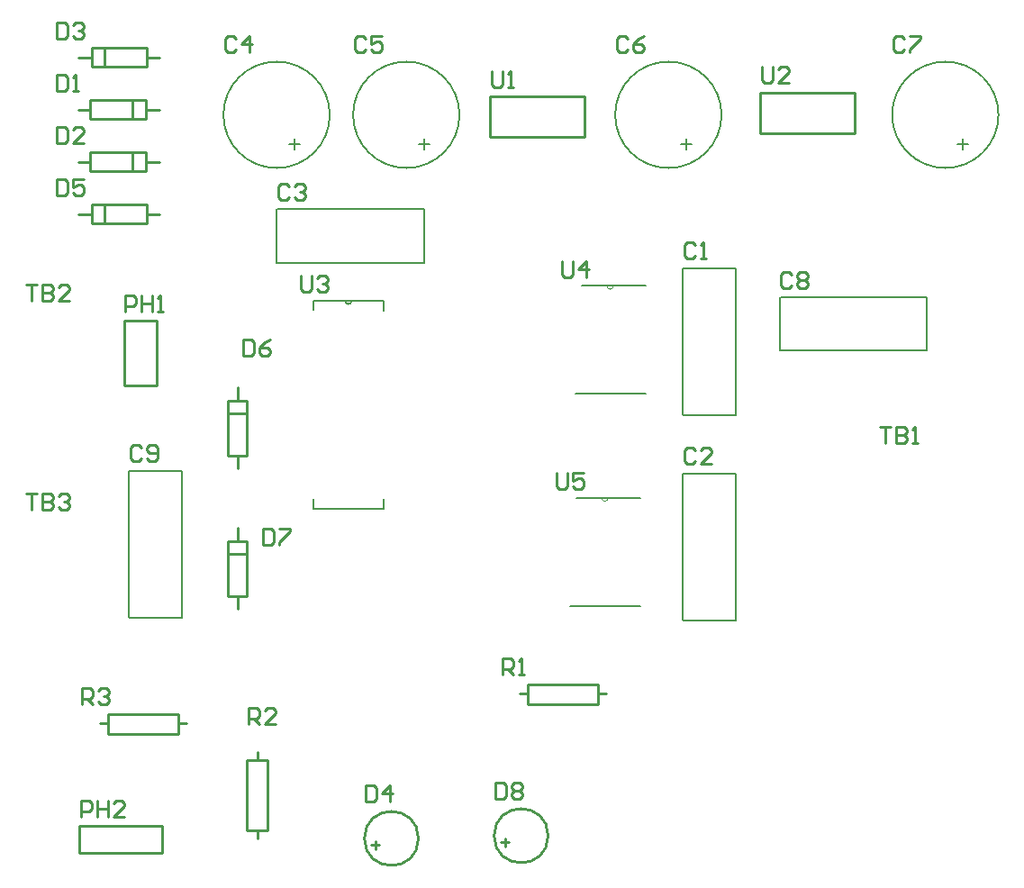
<source format=gto>
G04 Layer_Color=65535*
%FSLAX25Y25*%
%MOIN*%
G70*
G01*
G75*
%ADD10C,0.01000*%
%ADD24C,0.00600*%
%ADD25C,0.00000*%
%ADD26C,0.00787*%
D10*
X214512Y-332000D02*
G03*
X214512Y-332000I-10012J0D01*
G01*
X166513Y-333000D02*
G03*
X166513Y-333000I-10012J0D01*
G01*
X99500Y-170500D02*
Y-166000D01*
X96000Y-175833D02*
X103000D01*
X99500Y-191500D02*
X103000D01*
Y-183250D02*
Y-178750D01*
X96000Y-171000D02*
X103000D01*
X96000Y-191500D02*
Y-171000D01*
X103000Y-191500D02*
Y-183250D01*
Y-178750D02*
Y-171000D01*
X96000Y-191500D02*
X99500D01*
Y-196000D02*
Y-191500D01*
Y-222500D02*
Y-218000D01*
X96000Y-227833D02*
X103000D01*
X99500Y-243500D02*
X103000D01*
Y-235250D02*
Y-230750D01*
X96000Y-223000D02*
X103000D01*
X96000Y-243500D02*
Y-223000D01*
X103000Y-243500D02*
Y-235250D01*
Y-230750D02*
Y-223000D01*
X96000Y-243500D02*
X99500D01*
Y-248000D02*
Y-243500D01*
X51500Y-294500D02*
X59000D01*
X51500D02*
Y-290500D01*
X59000Y-294500D02*
X77500D01*
X48500Y-290500D02*
X51500D01*
X78000D02*
X80500D01*
X77500Y-294500D02*
Y-287000D01*
X51500D02*
X77500D01*
X51500Y-290500D02*
Y-287000D01*
X103000Y-311500D02*
Y-304000D01*
X107000D01*
X103000Y-330000D02*
Y-311500D01*
X107000Y-304000D02*
Y-301000D01*
Y-333000D02*
Y-330500D01*
X103000Y-330000D02*
X110500D01*
Y-304000D01*
X107000D02*
X110500D01*
X198500Y-336000D02*
Y-333000D01*
X197000Y-334500D02*
X200000D01*
X41000Y-338500D02*
Y-328500D01*
Y-338500D02*
X71500D01*
Y-328500D01*
X41000D02*
X71500D01*
X40500Y-102000D02*
X45000D01*
X50333Y-105500D02*
Y-98500D01*
X66000Y-102000D02*
Y-98500D01*
X53250D02*
X57750D01*
X45500Y-105500D02*
Y-98500D01*
Y-105500D02*
X66000D01*
X57750Y-98500D02*
X66000D01*
X45500D02*
X53250D01*
X66000Y-105500D02*
Y-102000D01*
X70500D01*
X150500Y-337000D02*
Y-334000D01*
X149000Y-335500D02*
X152000D01*
X40500Y-44000D02*
X45000D01*
X50333Y-47500D02*
Y-40500D01*
X66000Y-44000D02*
Y-40500D01*
X53250D02*
X57750D01*
X45500Y-47500D02*
Y-40500D01*
Y-47500D02*
X66000D01*
X57750Y-40500D02*
X66000D01*
X45500D02*
X53250D01*
X66000Y-47500D02*
Y-44000D01*
X70500D01*
X207000Y-283500D02*
X214500D01*
X207000D02*
Y-279500D01*
X214500Y-283500D02*
X233000D01*
X204000Y-279500D02*
X207000D01*
X233500D02*
X236000D01*
X233000Y-283500D02*
Y-276000D01*
X207000D02*
X233000D01*
X207000Y-279500D02*
Y-276000D01*
X66000Y-82667D02*
X70500D01*
X60667Y-86167D02*
Y-79167D01*
X45000Y-86167D02*
Y-82667D01*
X53250Y-86167D02*
X57750D01*
X65500D02*
Y-79167D01*
X45000D02*
X65500D01*
X45000Y-86167D02*
X53250D01*
X57750D02*
X65500D01*
X45000Y-82667D02*
Y-79167D01*
X40500Y-82667D02*
X45000D01*
X193000Y-58500D02*
X228000D01*
Y-73500D02*
Y-58500D01*
X193000Y-73500D02*
X228000D01*
X193000D02*
Y-58500D01*
X293000Y-57000D02*
X328000D01*
Y-72000D02*
Y-57000D01*
X293000Y-72000D02*
X328000D01*
X293000D02*
Y-57000D01*
X66000Y-63333D02*
X70500D01*
X60667Y-66833D02*
Y-59833D01*
X45000Y-66833D02*
Y-63333D01*
X53250Y-66833D02*
X57750D01*
X65500D02*
Y-59833D01*
X45000D02*
X65500D01*
X45000Y-66833D02*
X53250D01*
X57750D02*
X65500D01*
X45000Y-63333D02*
Y-59833D01*
X40500Y-63333D02*
X45000D01*
X57500Y-165500D02*
Y-141500D01*
X69500D01*
Y-165500D02*
Y-141500D01*
X57500Y-165500D02*
X69500D01*
X101500Y-148502D02*
Y-154500D01*
X104499D01*
X105499Y-153500D01*
Y-149502D01*
X104499Y-148502D01*
X101500D01*
X111497D02*
X109497Y-149502D01*
X107498Y-151501D01*
Y-153500D01*
X108498Y-154500D01*
X110497D01*
X111497Y-153500D01*
Y-152501D01*
X110497Y-151501D01*
X107498D01*
X109000Y-218502D02*
Y-224500D01*
X111999D01*
X112999Y-223500D01*
Y-219502D01*
X111999Y-218502D01*
X109000D01*
X114998D02*
X118997D01*
Y-219502D01*
X114998Y-223500D01*
Y-224500D01*
X268799Y-113472D02*
X267799Y-112472D01*
X265800D01*
X264800Y-113472D01*
Y-117470D01*
X265800Y-118470D01*
X267799D01*
X268799Y-117470D01*
X270798Y-118470D02*
X272797D01*
X271798D01*
Y-112472D01*
X270798Y-113472D01*
X268799Y-189502D02*
X267799Y-188502D01*
X265800D01*
X264800Y-189502D01*
Y-193500D01*
X265800Y-194500D01*
X267799D01*
X268799Y-193500D01*
X274797Y-194500D02*
X270798D01*
X274797Y-190501D01*
Y-189502D01*
X273797Y-188502D01*
X271798D01*
X270798Y-189502D01*
X118599Y-91802D02*
X117599Y-90802D01*
X115600D01*
X114600Y-91802D01*
Y-95800D01*
X115600Y-96800D01*
X117599D01*
X118599Y-95800D01*
X120598Y-91802D02*
X121598Y-90802D01*
X123597D01*
X124597Y-91802D01*
Y-92801D01*
X123597Y-93801D01*
X122597D01*
X123597D01*
X124597Y-94801D01*
Y-95800D01*
X123597Y-96800D01*
X121598D01*
X120598Y-95800D01*
X98899Y-37048D02*
X97899Y-36048D01*
X95900D01*
X94900Y-37048D01*
Y-41047D01*
X95900Y-42046D01*
X97899D01*
X98899Y-41047D01*
X103897Y-42046D02*
Y-36048D01*
X100898Y-39047D01*
X104897D01*
X146899Y-37102D02*
X145899Y-36102D01*
X143900D01*
X142900Y-37102D01*
Y-41100D01*
X143900Y-42100D01*
X145899D01*
X146899Y-41100D01*
X152897Y-36102D02*
X148898D01*
Y-39101D01*
X150897Y-38101D01*
X151897D01*
X152897Y-39101D01*
Y-41100D01*
X151897Y-42100D01*
X149898D01*
X148898Y-41100D01*
X243899Y-37048D02*
X242899Y-36048D01*
X240900D01*
X239900Y-37048D01*
Y-41047D01*
X240900Y-42046D01*
X242899D01*
X243899Y-41047D01*
X249897Y-36048D02*
X247897Y-37048D01*
X245898Y-39047D01*
Y-41047D01*
X246898Y-42046D01*
X248897D01*
X249897Y-41047D01*
Y-40047D01*
X248897Y-39047D01*
X245898D01*
X346399Y-37048D02*
X345399Y-36048D01*
X343400D01*
X342400Y-37048D01*
Y-41047D01*
X343400Y-42046D01*
X345399D01*
X346399Y-41047D01*
X348398Y-36048D02*
X352397D01*
Y-37048D01*
X348398Y-41047D01*
Y-42046D01*
X304699Y-124302D02*
X303699Y-123302D01*
X301700D01*
X300700Y-124302D01*
Y-128300D01*
X301700Y-129300D01*
X303699D01*
X304699Y-128300D01*
X306698Y-124302D02*
X307698Y-123302D01*
X309697D01*
X310697Y-124302D01*
Y-125301D01*
X309697Y-126301D01*
X310697Y-127301D01*
Y-128300D01*
X309697Y-129300D01*
X307698D01*
X306698Y-128300D01*
Y-127301D01*
X307698Y-126301D01*
X306698Y-125301D01*
Y-124302D01*
X307698Y-126301D02*
X309697D01*
X63799Y-188472D02*
X62799Y-187472D01*
X60800D01*
X59800Y-188472D01*
Y-192470D01*
X60800Y-193470D01*
X62799D01*
X63799Y-192470D01*
X65798D02*
X66798Y-193470D01*
X68797D01*
X69797Y-192470D01*
Y-188472D01*
X68797Y-187472D01*
X66798D01*
X65798Y-188472D01*
Y-189471D01*
X66798Y-190471D01*
X69797D01*
X32600Y-50335D02*
Y-56333D01*
X35599D01*
X36599Y-55334D01*
Y-51335D01*
X35599Y-50335D01*
X32600D01*
X38598Y-56333D02*
X40597D01*
X39598D01*
Y-50335D01*
X38598Y-51335D01*
X32600Y-69669D02*
Y-75667D01*
X35599D01*
X36599Y-74667D01*
Y-70668D01*
X35599Y-69669D01*
X32600D01*
X42597Y-75667D02*
X38598D01*
X42597Y-71668D01*
Y-70668D01*
X41597Y-69669D01*
X39598D01*
X38598Y-70668D01*
X32600Y-31002D02*
Y-37000D01*
X35599D01*
X36599Y-36000D01*
Y-32002D01*
X35599Y-31002D01*
X32600D01*
X38598Y-32002D02*
X39598Y-31002D01*
X41597D01*
X42597Y-32002D01*
Y-33001D01*
X41597Y-34001D01*
X40597D01*
X41597D01*
X42597Y-35001D01*
Y-36000D01*
X41597Y-37000D01*
X39598D01*
X38598Y-36000D01*
X147000Y-313502D02*
Y-319500D01*
X149999D01*
X150999Y-318500D01*
Y-314502D01*
X149999Y-313502D01*
X147000D01*
X155997Y-319500D02*
Y-313502D01*
X152998Y-316501D01*
X156997D01*
X32600Y-89002D02*
Y-95000D01*
X35599D01*
X36599Y-94000D01*
Y-90002D01*
X35599Y-89002D01*
X32600D01*
X42597D02*
X38598D01*
Y-92001D01*
X40597Y-91001D01*
X41597D01*
X42597Y-92001D01*
Y-94000D01*
X41597Y-95000D01*
X39598D01*
X38598Y-94000D01*
X195000Y-312502D02*
Y-318500D01*
X197999D01*
X198999Y-317500D01*
Y-313502D01*
X197999Y-312502D01*
X195000D01*
X200998Y-313502D02*
X201998Y-312502D01*
X203997D01*
X204997Y-313502D01*
Y-314501D01*
X203997Y-315501D01*
X204997Y-316501D01*
Y-317500D01*
X203997Y-318500D01*
X201998D01*
X200998Y-317500D01*
Y-316501D01*
X201998Y-315501D01*
X200998Y-314501D01*
Y-313502D01*
X201998Y-315501D02*
X203997D01*
X41500Y-325000D02*
Y-319002D01*
X44499D01*
X45499Y-320002D01*
Y-322001D01*
X44499Y-323001D01*
X41500D01*
X47498Y-319002D02*
Y-325000D01*
Y-322001D01*
X51497D01*
Y-319002D01*
Y-325000D01*
X57495D02*
X53496D01*
X57495Y-321001D01*
Y-320002D01*
X56495Y-319002D01*
X54496D01*
X53496Y-320002D01*
X197600Y-272500D02*
Y-266502D01*
X200599D01*
X201599Y-267502D01*
Y-269501D01*
X200599Y-270501D01*
X197600D01*
X199599D02*
X201599Y-272500D01*
X203598D02*
X205597D01*
X204598D01*
Y-266502D01*
X203598Y-267502D01*
X103500Y-290600D02*
Y-284602D01*
X106499D01*
X107499Y-285602D01*
Y-287601D01*
X106499Y-288601D01*
X103500D01*
X105499D02*
X107499Y-290600D01*
X113497D02*
X109498D01*
X113497Y-286601D01*
Y-285602D01*
X112497Y-284602D01*
X110498D01*
X109498Y-285602D01*
X42100Y-283500D02*
Y-277502D01*
X45099D01*
X46099Y-278502D01*
Y-280501D01*
X45099Y-281501D01*
X42100D01*
X44099D02*
X46099Y-283500D01*
X48098Y-278502D02*
X49098Y-277502D01*
X51097D01*
X52097Y-278502D01*
Y-279501D01*
X51097Y-280501D01*
X50097D01*
X51097D01*
X52097Y-281501D01*
Y-282500D01*
X51097Y-283500D01*
X49098D01*
X48098Y-282500D01*
X337200Y-180687D02*
X341199D01*
X339199D01*
Y-186685D01*
X343198Y-180687D02*
Y-186685D01*
X346197D01*
X347197Y-185685D01*
Y-184686D01*
X346197Y-183686D01*
X343198D01*
X346197D01*
X347197Y-182686D01*
Y-181687D01*
X346197Y-180687D01*
X343198D01*
X349196Y-186685D02*
X351196D01*
X350196D01*
Y-180687D01*
X349196Y-181687D01*
X21150Y-128137D02*
X25149D01*
X23149D01*
Y-134135D01*
X27148Y-128137D02*
Y-134135D01*
X30147D01*
X31147Y-133135D01*
Y-132136D01*
X30147Y-131136D01*
X27148D01*
X30147D01*
X31147Y-130136D01*
Y-129137D01*
X30147Y-128137D01*
X27148D01*
X37145Y-134135D02*
X33146D01*
X37145Y-130136D01*
Y-129137D01*
X36145Y-128137D01*
X34146D01*
X33146Y-129137D01*
X21200Y-205502D02*
X25199D01*
X23199D01*
Y-211500D01*
X27198Y-205502D02*
Y-211500D01*
X30197D01*
X31197Y-210500D01*
Y-209501D01*
X30197Y-208501D01*
X27198D01*
X30197D01*
X31197Y-207501D01*
Y-206502D01*
X30197Y-205502D01*
X27198D01*
X33196Y-206502D02*
X34196Y-205502D01*
X36195D01*
X37195Y-206502D01*
Y-207501D01*
X36195Y-208501D01*
X35195D01*
X36195D01*
X37195Y-209501D01*
Y-210500D01*
X36195Y-211500D01*
X34196D01*
X33196Y-210500D01*
X193500Y-49002D02*
Y-54000D01*
X194500Y-55000D01*
X196499D01*
X197499Y-54000D01*
Y-49002D01*
X199498Y-55000D02*
X201497D01*
X200498D01*
Y-49002D01*
X199498Y-50002D01*
X293500Y-47502D02*
Y-52500D01*
X294500Y-53500D01*
X296499D01*
X297499Y-52500D01*
Y-47502D01*
X303497Y-53500D02*
X299498D01*
X303497Y-49501D01*
Y-48502D01*
X302497Y-47502D01*
X300498D01*
X299498Y-48502D01*
X122800Y-124702D02*
Y-129700D01*
X123800Y-130700D01*
X125799D01*
X126799Y-129700D01*
Y-124702D01*
X128798Y-125702D02*
X129798Y-124702D01*
X131797D01*
X132797Y-125702D01*
Y-126701D01*
X131797Y-127701D01*
X130797D01*
X131797D01*
X132797Y-128701D01*
Y-129700D01*
X131797Y-130700D01*
X129798D01*
X128798Y-129700D01*
X219750Y-119252D02*
Y-124250D01*
X220750Y-125250D01*
X222749D01*
X223749Y-124250D01*
Y-119252D01*
X228747Y-125250D02*
Y-119252D01*
X225748Y-122251D01*
X229747D01*
X217750Y-197752D02*
Y-202750D01*
X218750Y-203750D01*
X220749D01*
X221749Y-202750D01*
Y-197752D01*
X227747D02*
X223748D01*
Y-200751D01*
X225747Y-199751D01*
X226747D01*
X227747Y-200751D01*
Y-202750D01*
X226747Y-203750D01*
X224748D01*
X223748Y-202750D01*
X58000Y-138000D02*
Y-132002D01*
X60999D01*
X61999Y-133002D01*
Y-135001D01*
X60999Y-136001D01*
X58000D01*
X63998Y-132002D02*
Y-138000D01*
Y-135001D01*
X67997D01*
Y-132002D01*
Y-138000D01*
X69996D02*
X71996D01*
X70996D01*
Y-132002D01*
X69996Y-133002D01*
D24*
X139300Y-134000D02*
G03*
X141700Y-134000I1200J0D01*
G01*
X153500Y-137700D02*
Y-134000D01*
X127500Y-211000D02*
Y-207300D01*
Y-211000D02*
X153500D01*
Y-207300D01*
X141700Y-134000D02*
X153500D01*
X139300D02*
X141700D01*
X127500D02*
X139300D01*
X127500Y-137300D02*
Y-134000D01*
X222500Y-247000D02*
X248500D01*
X236700Y-207000D02*
X248500D01*
X234300D02*
X236700D01*
X225000D02*
X234300D01*
X224500Y-168500D02*
X250500D01*
X238700Y-128500D02*
X250500D01*
X236300D02*
X238700D01*
X227000D02*
X236300D01*
D25*
X234300Y-207000D02*
G03*
X236700Y-207000I1200J0D01*
G01*
X236300Y-128500D02*
G03*
X238700Y-128500I1200J0D01*
G01*
D26*
X278685Y-65173D02*
G03*
X278685Y-65173I-19685J0D01*
G01*
X381185D02*
G03*
X381185Y-65173I-19685J0D01*
G01*
X133685D02*
G03*
X133685Y-65173I-19685J0D01*
G01*
X181685D02*
G03*
X181685Y-65173I-19685J0D01*
G01*
X59158Y-251028D02*
Y-196870D01*
X78843D01*
Y-251370D02*
Y-196870D01*
X59500Y-251370D02*
X78843D01*
X59158Y-251028D02*
X59500Y-251370D01*
X264158Y-176028D02*
Y-121870D01*
X283842D01*
Y-176370D02*
Y-121870D01*
X264500Y-176370D02*
X283842D01*
X264158Y-176028D02*
X264500Y-176370D01*
X264158Y-252028D02*
Y-197870D01*
X283842D01*
Y-252370D02*
Y-197870D01*
X264500Y-252370D02*
X283842D01*
X264158Y-252028D02*
X264500Y-252370D01*
X114342Y-100157D02*
X168500D01*
Y-119843D02*
Y-100157D01*
X114000Y-119843D02*
X168500D01*
X114000D02*
Y-100500D01*
X114342Y-100157D01*
X300472Y-132658D02*
X354630D01*
Y-152342D02*
Y-132658D01*
X300130Y-152342D02*
X354630D01*
X300130D02*
Y-133000D01*
X300472Y-132658D01*
X263500Y-75846D02*
X267500D01*
X265500Y-77846D02*
Y-73847D01*
X366000Y-75846D02*
X370000D01*
X368000Y-77846D02*
Y-73847D01*
X118500Y-75846D02*
X122500D01*
X120500Y-77846D02*
Y-73847D01*
X166500Y-75846D02*
X170500D01*
X168500Y-77846D02*
Y-73847D01*
M02*

</source>
